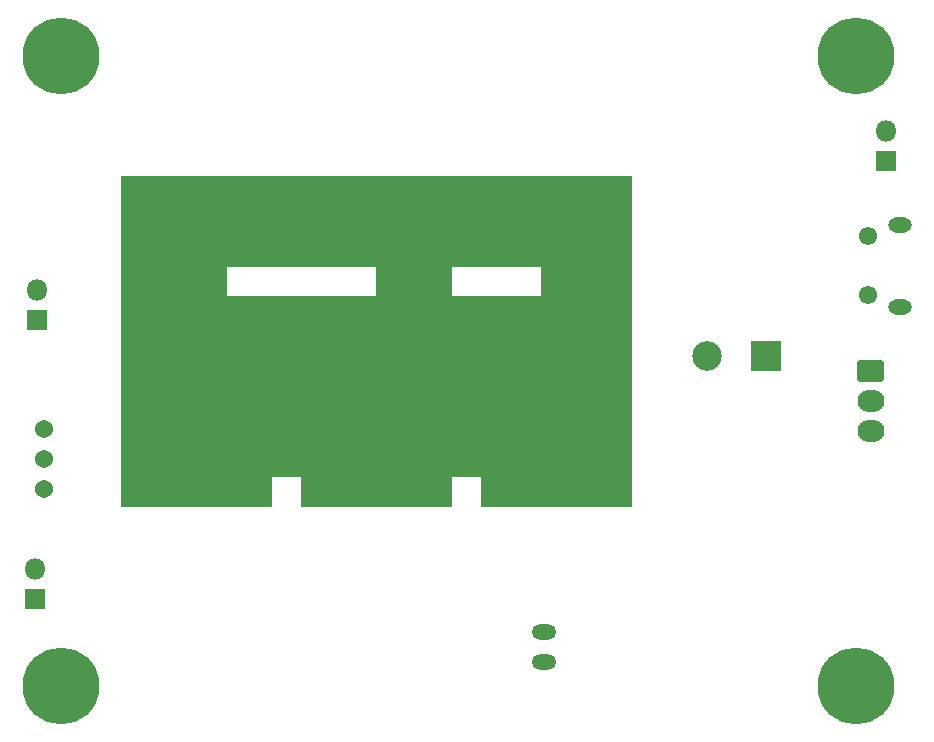
<source format=gbr>
G04 #@! TF.GenerationSoftware,KiCad,Pcbnew,(5.1.6)-1*
G04 #@! TF.CreationDate,2021-02-23T14:06:05-08:00*
G04 #@! TF.ProjectId,clap_detector,636c6170-5f64-4657-9465-63746f722e6b,rev?*
G04 #@! TF.SameCoordinates,Original*
G04 #@! TF.FileFunction,Soldermask,Bot*
G04 #@! TF.FilePolarity,Negative*
%FSLAX46Y46*%
G04 Gerber Fmt 4.6, Leading zero omitted, Abs format (unit mm)*
G04 Created by KiCad (PCBNEW (5.1.6)-1) date 2021-02-23 14:06:05*
%MOMM*%
%LPD*%
G01*
G04 APERTURE LIST*
%ADD10C,0.100000*%
%ADD11C,0.150000*%
%ADD12O,2.100000X1.300000*%
%ADD13C,0.900000*%
%ADD14C,6.500000*%
%ADD15C,1.540000*%
%ADD16O,1.800000X1.800000*%
%ADD17R,1.800000X1.800000*%
%ADD18O,2.290000X1.840000*%
%ADD19O,2.000000X1.300000*%
%ADD20C,1.550000*%
%ADD21C,2.500000*%
%ADD22R,2.500000X2.500000*%
G04 APERTURE END LIST*
D10*
G36*
X198120000Y-121920000D02*
G01*
X190500000Y-121920000D01*
X190500000Y-111760000D01*
X199390000Y-111760000D01*
X198120000Y-121920000D01*
G37*
X198120000Y-121920000D02*
X190500000Y-121920000D01*
X190500000Y-111760000D01*
X199390000Y-111760000D01*
X198120000Y-121920000D01*
G36*
X186690000Y-121920000D02*
G01*
X173990000Y-121920000D01*
X173990000Y-106680000D01*
X186690000Y-106680000D01*
X186690000Y-121920000D01*
G37*
X186690000Y-121920000D02*
X173990000Y-121920000D01*
X173990000Y-106680000D01*
X186690000Y-106680000D01*
X186690000Y-121920000D01*
G36*
X200660000Y-111760000D02*
G01*
X193040000Y-111760000D01*
X193040000Y-106680000D01*
X200660000Y-106680000D01*
X200660000Y-111760000D01*
G37*
X200660000Y-111760000D02*
X193040000Y-111760000D01*
X193040000Y-106680000D01*
X200660000Y-106680000D01*
X200660000Y-111760000D01*
G36*
X208280000Y-111760000D02*
G01*
X200660000Y-111760000D01*
X200660000Y-104140000D01*
X208280000Y-104140000D01*
X208280000Y-111760000D01*
G37*
X208280000Y-111760000D02*
X200660000Y-111760000D01*
X200660000Y-104140000D01*
X208280000Y-104140000D01*
X208280000Y-111760000D01*
G36*
X193040000Y-111760000D02*
G01*
X186690000Y-111760000D01*
X186690000Y-104140000D01*
X193040000Y-104140000D01*
X193040000Y-111760000D01*
G37*
X193040000Y-111760000D02*
X186690000Y-111760000D01*
X186690000Y-104140000D01*
X193040000Y-104140000D01*
X193040000Y-111760000D01*
G36*
X208280000Y-104140000D02*
G01*
X173990000Y-104140000D01*
X173990000Y-96520000D01*
X208280000Y-96520000D01*
X208280000Y-104140000D01*
G37*
X208280000Y-104140000D02*
X173990000Y-104140000D01*
X173990000Y-96520000D01*
X208280000Y-96520000D01*
X208280000Y-104140000D01*
G36*
X173990000Y-111760000D02*
G01*
X165100000Y-111760000D01*
X165100000Y-96520000D01*
X173990000Y-96520000D01*
X173990000Y-111760000D01*
G37*
X173990000Y-111760000D02*
X165100000Y-111760000D01*
X165100000Y-96520000D01*
X173990000Y-96520000D01*
X173990000Y-111760000D01*
D11*
X183118571Y-108245381D02*
X182547142Y-108245381D01*
X182832857Y-108245381D02*
X182832857Y-107245381D01*
X182737619Y-107388239D01*
X182642380Y-107483477D01*
X182547142Y-107531096D01*
X183499523Y-107340620D02*
X183547142Y-107293001D01*
X183642380Y-107245381D01*
X183880476Y-107245381D01*
X183975714Y-107293001D01*
X184023333Y-107340620D01*
X184070952Y-107435858D01*
X184070952Y-107531096D01*
X184023333Y-107673953D01*
X183451904Y-108245381D01*
X184070952Y-108245381D01*
X184499523Y-108150143D02*
X184547142Y-108197762D01*
X184499523Y-108245381D01*
X184451904Y-108197762D01*
X184499523Y-108150143D01*
X184499523Y-108245381D01*
X184880476Y-107245381D02*
X185547142Y-107245381D01*
X185118571Y-108245381D01*
X186118571Y-107245381D02*
X186213809Y-107245381D01*
X186309047Y-107293001D01*
X186356666Y-107340620D01*
X186404285Y-107435858D01*
X186451904Y-107626334D01*
X186451904Y-107864429D01*
X186404285Y-108054905D01*
X186356666Y-108150143D01*
X186309047Y-108197762D01*
X186213809Y-108245381D01*
X186118571Y-108245381D01*
X186023333Y-108197762D01*
X185975714Y-108150143D01*
X185928095Y-108054905D01*
X185880476Y-107864429D01*
X185880476Y-107626334D01*
X185928095Y-107435858D01*
X185975714Y-107340620D01*
X186023333Y-107293001D01*
X186118571Y-107245381D01*
X187070952Y-107245381D02*
X187166190Y-107245381D01*
X187261428Y-107293001D01*
X187309047Y-107340620D01*
X187356666Y-107435858D01*
X187404285Y-107626334D01*
X187404285Y-107864429D01*
X187356666Y-108054905D01*
X187309047Y-108150143D01*
X187261428Y-108197762D01*
X187166190Y-108245381D01*
X187070952Y-108245381D01*
X186975714Y-108197762D01*
X186928095Y-108150143D01*
X186880476Y-108054905D01*
X186832857Y-107864429D01*
X186832857Y-107626334D01*
X186880476Y-107435858D01*
X186928095Y-107340620D01*
X186975714Y-107293001D01*
X187070952Y-107245381D01*
X188594761Y-108245381D02*
X188594761Y-107578715D01*
X188594761Y-107673953D02*
X188642380Y-107626334D01*
X188737619Y-107578715D01*
X188880476Y-107578715D01*
X188975714Y-107626334D01*
X189023333Y-107721572D01*
X189023333Y-108245381D01*
X189023333Y-107721572D02*
X189070952Y-107626334D01*
X189166190Y-107578715D01*
X189309047Y-107578715D01*
X189404285Y-107626334D01*
X189451904Y-107721572D01*
X189451904Y-108245381D01*
X189928095Y-108245381D02*
X189928095Y-107578715D01*
X189928095Y-107673953D02*
X189975714Y-107626334D01*
X190070952Y-107578715D01*
X190213809Y-107578715D01*
X190309047Y-107626334D01*
X190356666Y-107721572D01*
X190356666Y-108245381D01*
X190356666Y-107721572D02*
X190404285Y-107626334D01*
X190499523Y-107578715D01*
X190642380Y-107578715D01*
X190737619Y-107626334D01*
X190785238Y-107721572D01*
X190785238Y-108245381D01*
X193040000Y-109093001D02*
X180340000Y-109093001D01*
X193040000Y-111760000D02*
X193040000Y-108506580D01*
X180340000Y-111760000D02*
X180340000Y-108506580D01*
X180340000Y-109093001D02*
X181466504Y-108506580D01*
X180340000Y-109093001D02*
X181466504Y-109679422D01*
X193040000Y-109093001D02*
X191913496Y-108506580D01*
X193040000Y-109093001D02*
X191913496Y-109679422D01*
D10*
G36*
X208280000Y-124460000D02*
G01*
X195580000Y-124460000D01*
X195580000Y-111760000D01*
X208280000Y-111760000D01*
X208280000Y-124460000D01*
G37*
X208280000Y-124460000D02*
X195580000Y-124460000D01*
X195580000Y-111760000D01*
X208280000Y-111760000D01*
X208280000Y-124460000D01*
G36*
X193040000Y-124460000D02*
G01*
X180340000Y-124460000D01*
X180340000Y-111760000D01*
X193040000Y-111760000D01*
X193040000Y-124460000D01*
G37*
X193040000Y-124460000D02*
X180340000Y-124460000D01*
X180340000Y-111760000D01*
X193040000Y-111760000D01*
X193040000Y-124460000D01*
G36*
X177800000Y-124460000D02*
G01*
X165100000Y-124460000D01*
X165100000Y-111760000D01*
X177800000Y-111760000D01*
X177800000Y-124460000D01*
G37*
X177800000Y-124460000D02*
X165100000Y-124460000D01*
X165100000Y-111760000D01*
X177800000Y-111760000D01*
X177800000Y-124460000D01*
D12*
G04 #@! TO.C,MK1*
X200914000Y-137668000D03*
X200914000Y-135128000D03*
G04 #@! TD*
D13*
G04 #@! TO.C,H4*
X229027056Y-138002944D03*
X227330000Y-137300000D03*
X225632944Y-138002944D03*
X224930000Y-139700000D03*
X225632944Y-141397056D03*
X227330000Y-142100000D03*
X229027056Y-141397056D03*
X229730000Y-139700000D03*
D14*
X227330000Y-139700000D03*
G04 #@! TD*
D13*
G04 #@! TO.C,H3*
X161717056Y-138002944D03*
X160020000Y-137300000D03*
X158322944Y-138002944D03*
X157620000Y-139700000D03*
X158322944Y-141397056D03*
X160020000Y-142100000D03*
X161717056Y-141397056D03*
X162420000Y-139700000D03*
D14*
X160020000Y-139700000D03*
G04 #@! TD*
D13*
G04 #@! TO.C,H2*
X161717056Y-84662944D03*
X160020000Y-83960000D03*
X158322944Y-84662944D03*
X157620000Y-86360000D03*
X158322944Y-88057056D03*
X160020000Y-88760000D03*
X161717056Y-88057056D03*
X162420000Y-86360000D03*
D14*
X160020000Y-86360000D03*
G04 #@! TD*
D13*
G04 #@! TO.C,H1*
X229027056Y-84662944D03*
X227330000Y-83960000D03*
X225632944Y-84662944D03*
X224930000Y-86360000D03*
X225632944Y-88057056D03*
X227330000Y-88760000D03*
X229027056Y-88057056D03*
X229730000Y-86360000D03*
D14*
X227330000Y-86360000D03*
G04 #@! TD*
D15*
G04 #@! TO.C,POT*
X158623000Y-123063000D03*
X158623000Y-120523000D03*
X158623000Y-117983000D03*
G04 #@! TD*
D16*
G04 #@! TO.C,J5*
X157861000Y-129794000D03*
D17*
X157861000Y-132334000D03*
G04 #@! TD*
D18*
G04 #@! TO.C,J4*
X228600000Y-118110000D03*
X228600000Y-115570000D03*
G36*
G01*
X227719367Y-112110000D02*
X229480633Y-112110000D01*
G75*
G02*
X229745000Y-112374367I0J-264367D01*
G01*
X229745000Y-113685633D01*
G75*
G02*
X229480633Y-113950000I-264367J0D01*
G01*
X227719367Y-113950000D01*
G75*
G02*
X227455000Y-113685633I0J264367D01*
G01*
X227455000Y-112374367D01*
G75*
G02*
X227719367Y-112110000I264367J0D01*
G01*
G37*
G04 #@! TD*
D16*
G04 #@! TO.C,J3*
X157988000Y-106172000D03*
D17*
X157988000Y-108712000D03*
G04 #@! TD*
D16*
G04 #@! TO.C,J2*
X229870000Y-92710000D03*
D17*
X229870000Y-95250000D03*
G04 #@! TD*
D19*
G04 #@! TO.C,J1*
X231107500Y-100640000D03*
X231107500Y-107640000D03*
D20*
X228407500Y-101640000D03*
X228407500Y-106640000D03*
G04 #@! TD*
D21*
G04 #@! TO.C,C2*
X214710000Y-111760000D03*
D22*
X219710000Y-111760000D03*
G04 #@! TD*
M02*

</source>
